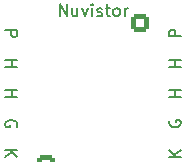
<source format=gto>
G04 #@! TF.GenerationSoftware,KiCad,Pcbnew,(6.0.9)*
G04 #@! TF.CreationDate,2024-12-23T09:42:26+09:00*
G04 #@! TF.ProjectId,Nuvistor,4e757669-7374-46f7-922e-6b696361645f,rev?*
G04 #@! TF.SameCoordinates,Original*
G04 #@! TF.FileFunction,Legend,Top*
G04 #@! TF.FilePolarity,Positive*
%FSLAX46Y46*%
G04 Gerber Fmt 4.6, Leading zero omitted, Abs format (unit mm)*
G04 Created by KiCad (PCBNEW (6.0.9)) date 2024-12-23 09:42:26*
%MOMM*%
%LPD*%
G01*
G04 APERTURE LIST*
G04 Aperture macros list*
%AMRoundRect*
0 Rectangle with rounded corners*
0 $1 Rounding radius*
0 $2 $3 $4 $5 $6 $7 $8 $9 X,Y pos of 4 corners*
0 Add a 4 corners polygon primitive as box body*
4,1,4,$2,$3,$4,$5,$6,$7,$8,$9,$2,$3,0*
0 Add four circle primitives for the rounded corners*
1,1,$1+$1,$2,$3*
1,1,$1+$1,$4,$5*
1,1,$1+$1,$6,$7*
1,1,$1+$1,$8,$9*
0 Add four rect primitives between the rounded corners*
20,1,$1+$1,$2,$3,$4,$5,0*
20,1,$1+$1,$4,$5,$6,$7,0*
20,1,$1+$1,$6,$7,$8,$9,0*
20,1,$1+$1,$8,$9,$2,$3,0*%
%AMHorizOval*
0 Thick line with rounded ends*
0 $1 width*
0 $2 $3 position (X,Y) of the first rounded end (center of the circle)*
0 $4 $5 position (X,Y) of the second rounded end (center of the circle)*
0 Add line between two ends*
20,1,$1,$2,$3,$4,$5,0*
0 Add two circle primitives to create the rounded ends*
1,1,$1,$2,$3*
1,1,$1,$4,$5*%
G04 Aperture macros list end*
%ADD10C,0.150000*%
%ADD11R,1.700000X1.700000*%
%ADD12O,1.700000X1.700000*%
%ADD13C,1.800000*%
%ADD14HorizOval,1.200000X0.229813X0.192836X-0.229813X-0.192836X0*%
%ADD15O,1.200000X1.800000*%
%ADD16RoundRect,0.250000X-0.550000X-0.550000X0.550000X-0.550000X0.550000X0.550000X-0.550000X0.550000X0*%
%ADD17C,2.200000*%
G04 APERTURE END LIST*
D10*
X26852619Y-25567357D02*
X27852619Y-25567357D01*
X27852619Y-25948309D01*
X27805000Y-26043547D01*
X27757380Y-26091166D01*
X27662142Y-26138785D01*
X27519285Y-26138785D01*
X27424047Y-26091166D01*
X27376428Y-26043547D01*
X27328809Y-25948309D01*
X27328809Y-25567357D01*
X26852619Y-28091166D02*
X27852619Y-28091166D01*
X27376428Y-28091166D02*
X27376428Y-28662595D01*
X26852619Y-28662595D02*
X27852619Y-28662595D01*
X26852619Y-30662595D02*
X27852619Y-30662595D01*
X27376428Y-30662595D02*
X27376428Y-31234023D01*
X26852619Y-31234023D02*
X27852619Y-31234023D01*
X27805000Y-33757833D02*
X27852619Y-33662595D01*
X27852619Y-33519738D01*
X27805000Y-33376880D01*
X27709761Y-33281642D01*
X27614523Y-33234023D01*
X27424047Y-33186404D01*
X27281190Y-33186404D01*
X27090714Y-33234023D01*
X26995476Y-33281642D01*
X26900238Y-33376880D01*
X26852619Y-33519738D01*
X26852619Y-33614976D01*
X26900238Y-33757833D01*
X26947857Y-33805452D01*
X27281190Y-33805452D01*
X27281190Y-33614976D01*
X26852619Y-35757833D02*
X27852619Y-35757833D01*
X26852619Y-36329261D02*
X27424047Y-35900690D01*
X27852619Y-36329261D02*
X27281190Y-35757833D01*
X41727380Y-36281642D02*
X40727380Y-36281642D01*
X41727380Y-35710214D02*
X41155952Y-36138785D01*
X40727380Y-35710214D02*
X41298809Y-36281642D01*
X40775000Y-33234023D02*
X40727380Y-33329261D01*
X40727380Y-33472119D01*
X40775000Y-33614976D01*
X40870238Y-33710214D01*
X40965476Y-33757833D01*
X41155952Y-33805452D01*
X41298809Y-33805452D01*
X41489285Y-33757833D01*
X41584523Y-33710214D01*
X41679761Y-33614976D01*
X41727380Y-33472119D01*
X41727380Y-33376880D01*
X41679761Y-33234023D01*
X41632142Y-33186404D01*
X41298809Y-33186404D01*
X41298809Y-33376880D01*
X41727380Y-31234023D02*
X40727380Y-31234023D01*
X41203571Y-31234023D02*
X41203571Y-30662595D01*
X41727380Y-30662595D02*
X40727380Y-30662595D01*
X41727380Y-28662595D02*
X40727380Y-28662595D01*
X41203571Y-28662595D02*
X41203571Y-28091166D01*
X41727380Y-28091166D02*
X40727380Y-28091166D01*
X41727380Y-26091166D02*
X40727380Y-26091166D01*
X40727380Y-25710214D01*
X40775000Y-25614976D01*
X40822619Y-25567357D01*
X40917857Y-25519738D01*
X41060714Y-25519738D01*
X41155952Y-25567357D01*
X41203571Y-25614976D01*
X41251190Y-25710214D01*
X41251190Y-26091166D01*
X31480476Y-24376880D02*
X31480476Y-23376880D01*
X32051904Y-24376880D01*
X32051904Y-23376880D01*
X32956666Y-23710214D02*
X32956666Y-24376880D01*
X32528095Y-23710214D02*
X32528095Y-24234023D01*
X32575714Y-24329261D01*
X32670952Y-24376880D01*
X32813809Y-24376880D01*
X32909047Y-24329261D01*
X32956666Y-24281642D01*
X33337619Y-23710214D02*
X33575714Y-24376880D01*
X33813809Y-23710214D01*
X34194761Y-24376880D02*
X34194761Y-23710214D01*
X34194761Y-23376880D02*
X34147142Y-23424500D01*
X34194761Y-23472119D01*
X34242380Y-23424500D01*
X34194761Y-23376880D01*
X34194761Y-23472119D01*
X34623333Y-24329261D02*
X34718571Y-24376880D01*
X34909047Y-24376880D01*
X35004285Y-24329261D01*
X35051904Y-24234023D01*
X35051904Y-24186404D01*
X35004285Y-24091166D01*
X34909047Y-24043547D01*
X34766190Y-24043547D01*
X34670952Y-23995928D01*
X34623333Y-23900690D01*
X34623333Y-23853071D01*
X34670952Y-23757833D01*
X34766190Y-23710214D01*
X34909047Y-23710214D01*
X35004285Y-23757833D01*
X35337619Y-23710214D02*
X35718571Y-23710214D01*
X35480476Y-23376880D02*
X35480476Y-24234023D01*
X35528095Y-24329261D01*
X35623333Y-24376880D01*
X35718571Y-24376880D01*
X36194761Y-24376880D02*
X36099523Y-24329261D01*
X36051904Y-24281642D01*
X36004285Y-24186404D01*
X36004285Y-23900690D01*
X36051904Y-23805452D01*
X36099523Y-23757833D01*
X36194761Y-23710214D01*
X36337619Y-23710214D01*
X36432857Y-23757833D01*
X36480476Y-23805452D01*
X36528095Y-23900690D01*
X36528095Y-24186404D01*
X36480476Y-24281642D01*
X36432857Y-24329261D01*
X36337619Y-24376880D01*
X36194761Y-24376880D01*
X36956666Y-24376880D02*
X36956666Y-23710214D01*
X36956666Y-23900690D02*
X37004285Y-23805452D01*
X37051904Y-23757833D01*
X37147142Y-23710214D01*
X37242380Y-23710214D01*
%LPC*%
D11*
X25400000Y-25844500D03*
D12*
X25400000Y-28384500D03*
X25400000Y-30924500D03*
X25400000Y-33464500D03*
X25400000Y-36004500D03*
D11*
X43180000Y-25844500D03*
D12*
X43180000Y-28384500D03*
X43180000Y-30924500D03*
X43180000Y-33464500D03*
X43180000Y-36004500D03*
D13*
X34290000Y-27368500D03*
X34290000Y-33591500D03*
D14*
X35829000Y-31813500D03*
X35289613Y-30287164D03*
D15*
X33520200Y-30480000D03*
D16*
X30290000Y-36924500D03*
D17*
X39290000Y-35924500D03*
X29290000Y-24924500D03*
D16*
X38290000Y-24924500D03*
M02*

</source>
